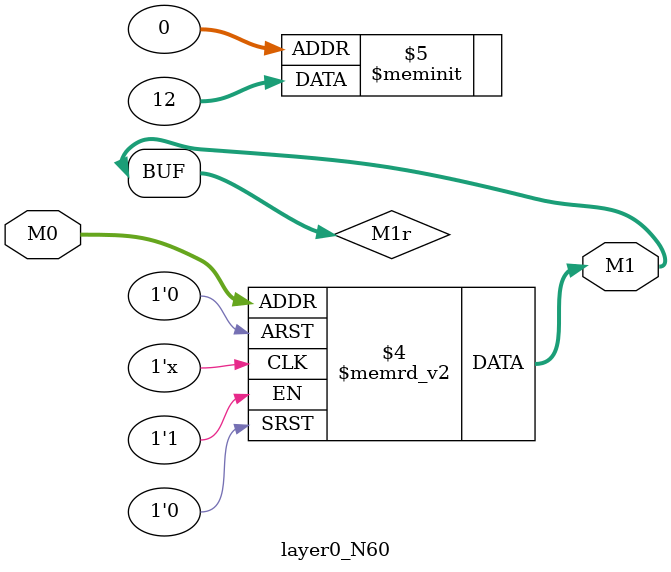
<source format=v>
module layer0_N60 ( input [3:0] M0, output [1:0] M1 );

	(*rom_style = "distributed" *) reg [1:0] M1r;
	assign M1 = M1r;
	always @ (M0) begin
		case (M0)
			4'b0000: M1r = 2'b00;
			4'b1000: M1r = 2'b00;
			4'b0100: M1r = 2'b00;
			4'b1100: M1r = 2'b00;
			4'b0010: M1r = 2'b00;
			4'b1010: M1r = 2'b00;
			4'b0110: M1r = 2'b00;
			4'b1110: M1r = 2'b00;
			4'b0001: M1r = 2'b11;
			4'b1001: M1r = 2'b00;
			4'b0101: M1r = 2'b00;
			4'b1101: M1r = 2'b00;
			4'b0011: M1r = 2'b00;
			4'b1011: M1r = 2'b00;
			4'b0111: M1r = 2'b00;
			4'b1111: M1r = 2'b00;

		endcase
	end
endmodule

</source>
